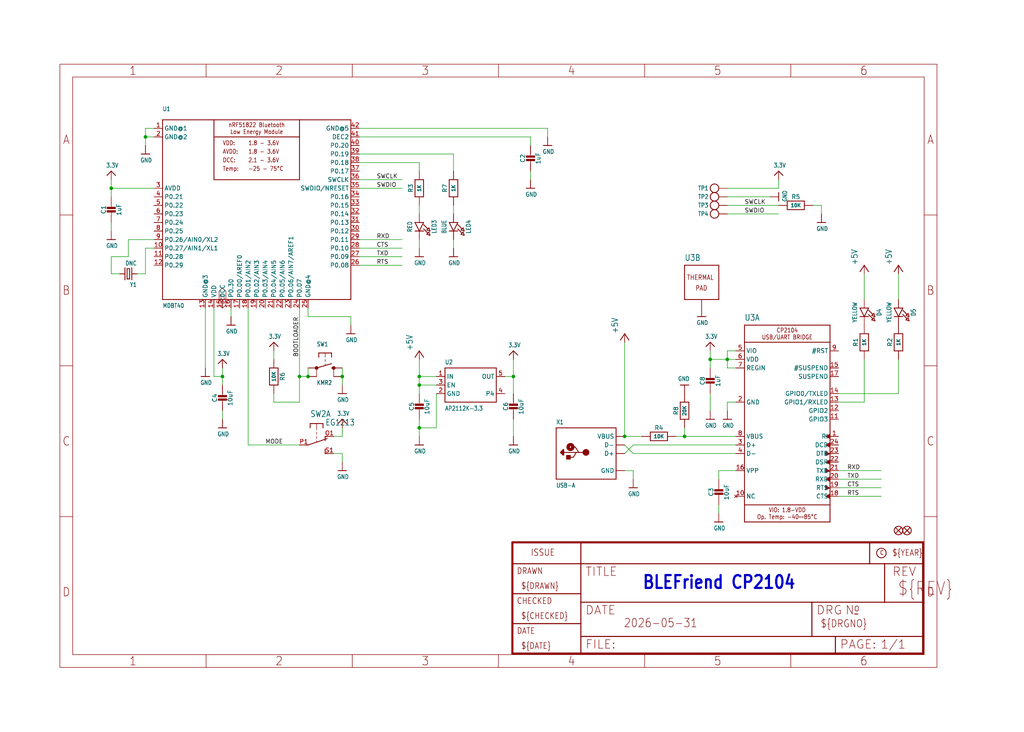
<source format=kicad_sch>
(kicad_sch (version 20230121) (generator eeschema)
  (paper "User" 303.962 217.322)
  (lib_symbols
    (symbol "working-eagle-import:+5V" (power)
      (property "Value" "+5V" (at -2.54 -5.08 90))
      (symbol "+5V_1_0"
        (pin power_in line (at 0 -2.54 90) (length 2.54) (name "+5V") (number "1"))
      )
    )
    (symbol "working-eagle-import:3.3V" (power)
      (property "Value" "3.3V" (at -1.524 1.016 0))
      (symbol "3.3V_1_0"
        (pin power_in line (at 0 -2.54 90) (length 2.54) (name "3.3V") (number "1"))
      )
    )
    (symbol "working-eagle-import:CAP_CERAMIC0603_NO"
      (property "Reference" "C" (at -2.29 1.25 90))
      (symbol "CAP_CERAMIC0603_NO_1_0"
        (pin passive line (at 0 5.08 270) (length 2.54) (name "1") (number "1"))
        (pin passive line (at 0 -2.54 90) (length 2.54) (name "2") (number "2"))
      )
    )
    (symbol "working-eagle-import:CAP_CERAMIC0805-NOOUTLINE"
      (property "Reference" "C" (at -2.29 1.25 90))
      (symbol "CAP_CERAMIC0805-NOOUTLINE_1_0"
        (pin passive line (at 0 5.08 270) (length 2.54) (name "1") (number "1"))
        (pin passive line (at 0 -2.54 90) (length 2.54) (name "2") (number "2"))
      )
    )
    (symbol "working-eagle-import:CP2104"
      (property "Reference" "U" (at -5.08 6.35 0))
      (symbol "CP2104_1_0"
        (text "CP2104\nUSB/UART BRIDGE" (at 0 25.4 0) (effects (font (size 1.27 1.0795))))
        (text "VIO: 1.8-VDD\nOp. Temp: -40~~85°C" (at 0 -27.94 0) (effects (font (size 1.27 1.0795))))
        (pin input line (at 15.24 -5.08 180) (length 2.54) (name "RI") (number "1"))
        (pin no_connect line (at -15.24 -22.86 0) (length 2.54) (name "NC") (number "10"))
        (pin bidirectional line (at 15.24 0 180) (length 2.54) (name "GPIO3") (number "11"))
        (pin bidirectional line (at 15.24 2.54 180) (length 2.54) (name "GPIO2") (number "12"))
        (pin bidirectional line (at 15.24 5.08 180) (length 2.54) (name "GPIO1/RXLED") (number "13"))
        (pin bidirectional line (at 15.24 7.62 180) (length 2.54) (name "GPIO0/TXLED") (number "14"))
        (pin output line (at 15.24 15.24 180) (length 2.54) (name "#SUSPEND") (number "15"))
        (pin bidirectional line (at -15.24 -15.24 0) (length 2.54) (name "VPP") (number "16"))
        (pin output line (at 15.24 12.7 180) (length 2.54) (name "SUSPEND") (number "17"))
        (pin input line (at 15.24 -22.86 180) (length 2.54) (name "CTS") (number "18"))
        (pin output line (at 15.24 -20.32 180) (length 2.54) (name "RTS") (number "19"))
        (pin power_in line (at -15.24 5.08 0) (length 2.54) (name "GND") (number "2"))
        (pin input line (at 15.24 -17.78 180) (length 2.54) (name "RXD") (number "20"))
        (pin output line (at 15.24 -15.24 180) (length 2.54) (name "TXD") (number "21"))
        (pin input line (at 15.24 -12.7 180) (length 2.54) (name "DSR") (number "22"))
        (pin output line (at 15.24 -10.16 180) (length 2.54) (name "DTR") (number "23"))
        (pin input line (at 15.24 -7.62 180) (length 2.54) (name "DCD") (number "24"))
        (pin bidirectional line (at -15.24 -7.62 0) (length 2.54) (name "D+") (number "3"))
        (pin bidirectional line (at -15.24 -10.16 0) (length 2.54) (name "D-") (number "4"))
        (pin power_in line (at -15.24 20.32 0) (length 2.54) (name "VIO") (number "5"))
        (pin power_in line (at -15.24 17.78 0) (length 2.54) (name "VDD") (number "6"))
        (pin power_in line (at -15.24 15.24 0) (length 2.54) (name "REGIN") (number "7"))
        (pin power_in line (at -15.24 -5.08 0) (length 2.54) (name "VBUS") (number "8"))
        (pin bidirectional line (at 15.24 20.32 180) (length 2.54) (name "#RST") (number "9"))
      )
      (symbol "CP2104_2_0"
        (text "PAD" (at -1.905 -2.54 0) (effects (font (size 1.4224 1.209)) (justify left bottom)))
        (text "THERMAL" (at -4.445 0.635 0) (effects (font (size 1.4224 1.209)) (justify left bottom)))
        (pin power_in line (at 0 -7.62 90) (length 2.54) (name "TP") (number "THERM"))
      )
    )
    (symbol "working-eagle-import:CRYSTAL2.0X6.0_32.768"
      (property "Reference" "Y" (at -2.54 2.54 0))
      (symbol "CRYSTAL2.0X6.0_32.768_1_0"
        (pin passive line (at -2.54 0 0) (length 0) (name "1") (number "1"))
        (pin passive line (at 2.54 0 180) (length 0) (name "2") (number "2"))
      )
    )
    (symbol "working-eagle-import:DPDT-EG1390"
      (property "Reference" "SW" (at -8.255 -1.905 90))
      (symbol "DPDT-EG1390_1_0"
        (pin passive line (at -2.54 5.08 270) (length 2.54) (name "O") (number "O1"))
        (pin passive line (at 0 -5.08 90) (length 2.54) (name "P") (number "P1"))
        (pin passive line (at 2.54 5.08 270) (length 2.54) (name "S") (number "S1"))
      )
      (symbol "DPDT-EG1390_2_0"
        (pin passive line (at -2.54 5.08 270) (length 2.54) (name "O") (number "O2"))
        (pin passive line (at 0 -5.08 90) (length 2.54) (name "P") (number "P2"))
        (pin passive line (at 2.54 5.08 270) (length 2.54) (name "S") (number "S2"))
      )
    )
    (symbol "working-eagle-import:FIDUCIAL_1MM")
    (symbol "working-eagle-import:FRAME_A4"
      (symbol "FRAME_A4_1_0"
        (text "1" (at 21.6958 1.905 0) (effects (font (size 2.54 2.286))))
        (text "1" (at 21.6958 177.165 0) (effects (font (size 2.54 2.286))))
        (text "2" (at 65.0875 1.905 0) (effects (font (size 2.54 2.286))))
        (text "2" (at 65.0875 177.165 0) (effects (font (size 2.54 2.286))))
        (text "3" (at 108.4792 1.905 0) (effects (font (size 2.54 2.286))))
        (text "3" (at 108.4792 177.165 0) (effects (font (size 2.54 2.286))))
        (text "4" (at 151.8708 1.905 0) (effects (font (size 2.54 2.286))))
        (text "4" (at 151.8708 177.165 0) (effects (font (size 2.54 2.286))))
        (text "5" (at 195.2625 1.905 0) (effects (font (size 2.54 2.286))))
        (text "5" (at 195.2625 177.165 0) (effects (font (size 2.54 2.286))))
        (text "6" (at 238.6542 1.905 0) (effects (font (size 2.54 2.286))))
        (text "6" (at 238.6542 177.165 0) (effects (font (size 2.54 2.286))))
        (text "A" (at 1.905 156.6863 0) (effects (font (size 2.54 2.286))))
        (text "A" (at 258.445 156.6863 0) (effects (font (size 2.54 2.286))))
        (text "B" (at 1.905 111.9188 0) (effects (font (size 2.54 2.286))))
        (text "B" (at 258.445 111.9188 0) (effects (font (size 2.54 2.286))))
        (text "C" (at 1.905 67.1513 0) (effects (font (size 2.54 2.286))))
        (text "C" (at 258.445 67.1513 0) (effects (font (size 2.54 2.286))))
        (text "D" (at 1.905 22.3838 0) (effects (font (size 2.54 2.286))))
        (text "D" (at 258.445 22.3838 0) (effects (font (size 2.54 2.286))))
      )
      (symbol "FRAME_A4_2_0"
        (text "${#}/${##}" (at 108.9152 2.8448 0) (effects (font (size 2.54 2.54)) (justify left bottom)))
        (text "${CHECKED}" (at 2.2352 11.7348 0) (effects (font (size 1.778 1.5113)) (justify left bottom)))
        (text "${COMPANY}" (at 23.349 29.6735 0) (effects (font (size 3.175 2.6987) (thickness 0.5397) bold) (justify left bottom)))
        (text "${CURRENT_DATE}" (at 32.7152 9.1948 0) (effects (font (size 2.54 2.159)) (justify left bottom)))
        (text "${DATE}" (at 2.2352 2.8448 0) (effects (font (size 1.778 1.5113)) (justify left bottom)))
        (text "${DRAWN}" (at 2.2352 20.6248 0) (effects (font (size 1.778 1.5113)) (justify left bottom)))
        (text "${DRGNO}" (at 91.1352 9.1948 0) (effects (font (size 2.1844 1.8567)) (justify left bottom)))
        (text "${PROJECTNAME}" (at 33.0327 2.8448 0) (effects (font (size 2.54 2.159)) (justify left bottom)))
        (text "${REV}" (at 113.9952 18.7198 0) (effects (font (size 3.81 3.2385)) (justify left bottom)))
        (text "${YEAR}" (at 112.4077 30.4673 0) (effects (font (size 1.778 1.5113)) (justify left bottom)))
        (text "C" (at 108.7564 30.7848 0) (effects (font (size 1.27 1.0795)) (justify left bottom)))
        (text "CHECKED" (at 0.9652 16.1798 0) (effects (font (size 1.778 1.5113)) (justify left bottom)))
        (text "DATE" (at 0.9652 7.2898 0) (effects (font (size 1.778 1.5113)) (justify left bottom)))
        (text "DATE" (at 21.2852 13.0048 0) (effects (font (size 2.54 2.54)) (justify left bottom)))
        (text "DRAWN" (at 0.9652 25.0698 0) (effects (font (size 1.778 1.5113)) (justify left bottom)))
        (text "DRG" (at 89.8652 13.0048 0) (effects (font (size 2.54 2.54)) (justify left bottom)))
        (text "FILE:" (at 21.2852 2.8448 0) (effects (font (size 2.54 2.54)) (justify left bottom)))
        (text "ISSUE" (at 5.0927 30.4673 0) (effects (font (size 1.9304 1.6408)) (justify left bottom)))
        (text "N" (at 98.4377 13.0048 0) (effects (font (size 2.54 2.54)) (justify left bottom)))
        (text "o" (at 100.9777 13.9573 0) (effects (font (size 2.1844 1.8567)) (justify left bottom)))
        (text "PAGE:" (at 96.8502 2.8448 0) (effects (font (size 2.54 2.54)) (justify left bottom)))
        (text "REV" (at 112.4077 24.4348 0) (effects (font (size 2.54 2.54)) (justify left bottom)))
        (text "TITLE" (at 21.2852 24.4348 0) (effects (font (size 2.54 2.54)) (justify left bottom)))
      )
    )
    (symbol "working-eagle-import:GND" (power)
      (property "Value" "GND" (at -1.524 -2.54 0))
      (symbol "GND_1_0"
        (pin power_in line (at 0 2.54 270) (length 2.54) (name "GND") (number "1"))
      )
    )
    (symbol "working-eagle-import:LED0805_NOOUTLINE"
      (property "Reference" "D" (at -1.27 4.445 0))
      (symbol "LED0805_NOOUTLINE_1_0"
        (pin passive line (at -5.08 0 0) (length 2.54) (name "A") (number "A"))
        (pin passive line (at 2.54 0 180) (length 2.54) (name "C") (number "C"))
      )
    )
    (symbol "working-eagle-import:NRF51822_MODULE_MDBT40"
      (property "Reference" "U" (at -27.94 27.94 0))
      (symbol "NRF51822_MODULE_MDBT40_1_0"
        (text "-25 - 75°C" (at -2.54 10.16 0) (effects (font (size 1.27 1.0795)) (justify left bottom)))
        (text "1.8 - 3.6V" (at -2.54 15.24 0) (effects (font (size 1.27 1.0795)) (justify left bottom)))
        (text "1.8 - 3.6V" (at -2.54 17.78 0) (effects (font (size 1.27 1.0795)) (justify left bottom)))
        (text "2.1 - 3.6V" (at -2.54 12.7 0) (effects (font (size 1.27 1.0795)) (justify left bottom)))
        (text "AVDD:" (at -10.16 15.24 0) (effects (font (size 1.27 1.0795)) (justify left bottom)))
        (text "DCC:" (at -10.16 12.7 0) (effects (font (size 1.27 1.0795)) (justify left bottom)))
        (text "nRF51822 Bluetooth\nLow Energy Module" (at 0 22.86 0) (effects (font (size 1.27 1.0795))))
        (text "Temp:" (at -10.16 10.16 0) (effects (font (size 1.27 1.0795)) (justify left bottom)))
        (text "VDD:" (at -10.16 17.78 0) (effects (font (size 1.27 1.0795)) (justify left bottom)))
        (pin power_in line (at -30.48 22.86 0) (length 2.54) (name "GND@1") (number "1"))
        (pin bidirectional line (at -30.48 -12.7 0) (length 2.54) (name "P0.27/AIN1/XL1") (number "10"))
        (pin bidirectional line (at -30.48 -15.24 0) (length 2.54) (name "P0.28") (number "11"))
        (pin bidirectional line (at -30.48 -17.78 0) (length 2.54) (name "P0.29") (number "12"))
        (pin power_in line (at -15.24 -30.48 90) (length 2.54) (name "GND@3") (number "13"))
        (pin power_in line (at -12.7 -30.48 90) (length 2.54) (name "VDD") (number "14"))
        (pin power_in line (at -10.16 -30.48 90) (length 2.54) (name "DCC") (number "15"))
        (pin bidirectional line (at -7.62 -30.48 90) (length 2.54) (name "P0.30") (number "16"))
        (pin bidirectional line (at -5.08 -30.48 90) (length 2.54) (name "P0.00/AREF0") (number "17"))
        (pin bidirectional line (at -2.54 -30.48 90) (length 2.54) (name "P0.01/AIN2") (number "18"))
        (pin bidirectional line (at 0 -30.48 90) (length 2.54) (name "P0.02/AIN3") (number "19"))
        (pin power_in line (at -30.48 20.32 0) (length 2.54) (name "GND@2") (number "2"))
        (pin bidirectional line (at 2.54 -30.48 90) (length 2.54) (name "P0.03/AIN4") (number "20"))
        (pin bidirectional line (at 5.08 -30.48 90) (length 2.54) (name "P0.04/AIN5") (number "21"))
        (pin bidirectional line (at 7.62 -30.48 90) (length 2.54) (name "P0.05/AIN6") (number "22"))
        (pin bidirectional line (at 10.16 -30.48 90) (length 2.54) (name "P0.06/AIN7/AREF1") (number "23"))
        (pin bidirectional line (at 12.7 -30.48 90) (length 2.54) (name "P0.07") (number "24"))
        (pin power_in line (at 15.24 -30.48 90) (length 2.54) (name "GND@4") (number "25"))
        (pin bidirectional line (at 30.48 -17.78 180) (length 2.54) (name "P0.08") (number "26"))
        (pin bidirectional line (at 30.48 -15.24 180) (length 2.54) (name "P0.09") (number "27"))
        (pin bidirectional line (at 30.48 -12.7 180) (length 2.54) (name "P0.10") (number "28"))
        (pin bidirectional line (at 30.48 -10.16 180) (length 2.54) (name "P0.11") (number "29"))
        (pin power_in line (at -30.48 5.08 0) (length 2.54) (name "AVDD") (number "3"))
        (pin bidirectional line (at 30.48 -7.62 180) (length 2.54) (name "P0.12") (number "30"))
        (pin bidirectional line (at 30.48 -5.08 180) (length 2.54) (name "P0.13") (number "31"))
        (pin bidirectional line (at 30.48 -2.54 180) (length 2.54) (name "P0.14") (number "32"))
        (pin bidirectional line (at 30.48 0 180) (length 2.54) (name "P0.15") (number "33"))
        (pin bidirectional line (at 30.48 2.54 180) (length 2.54) (name "P0.16") (number "34"))
        (pin bidirectional line (at 30.48 5.08 180) (length 2.54) (name "SWDIO/NRESET") (number "35"))
        (pin bidirectional line (at 30.48 7.62 180) (length 2.54) (name "SWCLK") (number "36"))
        (pin bidirectional line (at 30.48 10.16 180) (length 2.54) (name "P0.17") (number "37"))
        (pin bidirectional line (at 30.48 12.7 180) (length 2.54) (name "P0.18") (number "38"))
        (pin bidirectional line (at 30.48 15.24 180) (length 2.54) (name "P0.19") (number "39"))
        (pin bidirectional line (at -30.48 2.54 0) (length 2.54) (name "P0.21") (number "4"))
        (pin bidirectional line (at 30.48 17.78 180) (length 2.54) (name "P0.20") (number "40"))
        (pin power_in line (at 30.48 20.32 180) (length 2.54) (name "DEC2") (number "41"))
        (pin power_in line (at 30.48 22.86 180) (length 2.54) (name "GND@5") (number "42"))
        (pin bidirectional line (at -30.48 0 0) (length 2.54) (name "P0.22") (number "5"))
        (pin bidirectional line (at -30.48 -2.54 0) (length 2.54) (name "P0.23") (number "6"))
        (pin bidirectional line (at -30.48 -5.08 0) (length 2.54) (name "P0.24") (number "7"))
        (pin bidirectional line (at -30.48 -7.62 0) (length 2.54) (name "P0.25") (number "8"))
        (pin bidirectional line (at -30.48 -10.16 0) (length 2.54) (name "P0.26/AIN0/XL2") (number "9"))
      )
    )
    (symbol "working-eagle-import:RESISTOR_0603_NOOUT"
      (property "Reference" "R" (at 0 2.54 0))
      (symbol "RESISTOR_0603_NOOUT_1_0"
        (pin passive line (at -5.08 0 0) (length 2.54) (name "1") (number "1"))
        (pin passive line (at 5.08 0 180) (length 2.54) (name "2") (number "2"))
      )
    )
    (symbol "working-eagle-import:SWITCH_TACT_SMT4.6X2.8"
      (property "Reference" "SW" (at -2.54 6.35 0))
      (symbol "SWITCH_TACT_SMT4.6X2.8_1_0"
        (pin passive line (at -5.08 0 0) (length 2.54) (name "P") (number "A"))
        (pin passive line (at -5.08 -2.54 0) (length 2.54) (name "P1") (number "A'"))
        (pin passive line (at 5.08 0 180) (length 2.54) (name "S") (number "B"))
        (pin passive line (at 5.08 -2.54 180) (length 2.54) (name "S1") (number "B'"))
      )
    )
    (symbol "working-eagle-import:TESTPOINTROUND2MM"
      (property "Reference" "TP" (at 0 5.588 90))
      (symbol "TESTPOINTROUND2MM_1_0"
        (pin bidirectional line (at 0 0 90) (length 2.54) (name "P$1") (number "P$1"))
      )
    )
    (symbol "working-eagle-import:USB_TYPEA_CLIENTTHM"
      (property "Reference" "X" (at -10.16 8.636 0))
      (symbol "USB_TYPEA_CLIENTTHM_1_0"
        (pin bidirectional line (at 10.16 0 180) (length 2.54) (name "D+") (number "D+"))
        (pin bidirectional line (at 10.16 2.54 180) (length 2.54) (name "D-") (number "D-"))
        (pin power_in line (at 10.16 -5.08 180) (length 2.54) (name "GND") (number "GND"))
        (pin power_in line (at 10.16 5.08 180) (length 2.54) (name "VBUS") (number "VBUS"))
      )
    )
    (symbol "working-eagle-import:VREG_SOT23-5"
      (property "Reference" "U" (at -7.62 6.096 0))
      (symbol "VREG_SOT23-5_1_0"
        (pin power_in line (at -10.16 2.54 0) (length 2.54) (name "IN") (number "1"))
        (pin power_in line (at -10.16 -2.54 0) (length 2.54) (name "GND") (number "2"))
        (pin input line (at -10.16 0 0) (length 2.54) (name "EN") (number "3"))
        (pin bidirectional line (at 10.16 -2.54 180) (length 2.54) (name "P4") (number "4"))
        (pin power_in line (at 10.16 2.54 180) (length 2.54) (name "OUT") (number "5"))
      )
    )
  )
  (junction (at 43.18 40.64))
  (junction (at 33.02 55.88))
  (junction (at 152.4 111.76))
  (junction (at 101.6 111.76))
  (junction (at 91.44 111.76))
  (junction (at 124.46 111.76))
  (junction (at 124.46 127))
  (junction (at 185.42 129.54))
  (junction (at 210.82 106.68))
  (junction (at 203.2 129.54))
  (junction (at 66.04 111.76))
  (junction (at 88.9 111.76))
  (junction (at 215.9 106.68))
  (junction (at 124.46 114.3))
  (wire (pts (xy 152.4 111.76) (xy 152.4 106.68)) (stroke (width 0.1524)))
  (wire (pts (xy 43.18 81.28) (xy 40.64 81.28)) (stroke (width 0.1524)))
  (wire (pts (xy 104.14 93.98) (xy 104.14 96.52)) (stroke (width 0.1524)))
  (wire (pts (xy 60.96 91.44) (xy 60.96 109.22)) (stroke (width 0.1524)))
  (wire (pts (xy 33.02 55.88) (xy 33.02 58.42)) (stroke (width 0.1524)))
  (wire (pts (xy 33.02 55.88) (xy 33.02 53.34)) (stroke (width 0.1524)))
  (wire (pts (xy 203.2 129.54) (xy 218.44 129.54)) (stroke (width 0.1524)))
  (wire (pts (xy 129.54 114.3) (xy 124.46 114.3)) (stroke (width 0.1524)))
  (wire (pts (xy 106.68 45.72) (xy 134.62 45.72)) (stroke (width 0.1524)))
  (wire (pts (xy 248.92 139.7) (xy 261.62 139.7)) (stroke (width 0.1524)))
  (wire (pts (xy 134.62 60.96) (xy 134.62 63.5)) (stroke (width 0.1524)))
  (wire (pts (xy 185.42 139.7) (xy 187.96 139.7)) (stroke (width 0.1524)))
  (wire (pts (xy 215.9 119.38) (xy 215.9 121.92)) (stroke (width 0.1524)))
  (wire (pts (xy 215.9 106.68) (xy 210.82 106.68)) (stroke (width 0.1524)))
  (wire (pts (xy 91.44 93.98) (xy 104.14 93.98)) (stroke (width 0.1524)))
  (wire (pts (xy 73.66 132.08) (xy 88.9 132.08)) (stroke (width 0.1524)))
  (wire (pts (xy 66.04 111.76) (xy 66.04 114.3)) (stroke (width 0.1524)))
  (wire (pts (xy 101.6 111.76) (xy 101.6 114.3)) (stroke (width 0.1524)))
  (wire (pts (xy 129.54 127) (xy 124.46 127)) (stroke (width 0.1524)))
  (wire (pts (xy 106.68 40.64) (xy 157.48 40.64)) (stroke (width 0.1524)))
  (wire (pts (xy 73.66 91.44) (xy 73.66 132.08)) (stroke (width 0.1524)))
  (wire (pts (xy 210.82 116.84) (xy 210.82 121.92)) (stroke (width 0.1524)))
  (wire (pts (xy 162.56 38.1) (xy 162.56 40.64)) (stroke (width 0.1524)))
  (wire (pts (xy 88.9 111.76) (xy 88.9 119.38)) (stroke (width 0.1524)))
  (wire (pts (xy 210.82 106.68) (xy 210.82 104.14)) (stroke (width 0.1524)))
  (wire (pts (xy 218.44 109.22) (xy 215.9 109.22)) (stroke (width 0.1524)))
  (wire (pts (xy 45.72 73.66) (xy 43.18 73.66)) (stroke (width 0.1524)))
  (wire (pts (xy 149.86 111.76) (xy 152.4 111.76)) (stroke (width 0.1524)))
  (wire (pts (xy 124.46 48.26) (xy 124.46 50.8)) (stroke (width 0.1524)))
  (wire (pts (xy 215.9 63.5) (xy 231.14 63.5)) (stroke (width 0.1524)))
  (wire (pts (xy 124.46 71.12) (xy 124.46 73.66)) (stroke (width 0.1524)))
  (wire (pts (xy 134.62 71.12) (xy 134.62 73.66)) (stroke (width 0.1524)))
  (wire (pts (xy 106.68 78.74) (xy 119.38 78.74)) (stroke (width 0.1524)))
  (wire (pts (xy 106.68 48.26) (xy 124.46 48.26)) (stroke (width 0.1524)))
  (wire (pts (xy 248.92 119.38) (xy 256.54 119.38)) (stroke (width 0.1524)))
  (wire (pts (xy 248.92 147.32) (xy 261.62 147.32)) (stroke (width 0.1524)))
  (wire (pts (xy 187.96 139.7) (xy 187.96 142.24)) (stroke (width 0.1524)))
  (wire (pts (xy 218.44 106.68) (xy 215.9 106.68)) (stroke (width 0.1524)))
  (wire (pts (xy 124.46 124.46) (xy 124.46 127)) (stroke (width 0.1524)))
  (wire (pts (xy 152.4 111.76) (xy 152.4 116.84)) (stroke (width 0.1524)))
  (wire (pts (xy 43.18 40.64) (xy 43.18 43.18)) (stroke (width 0.1524)))
  (wire (pts (xy 124.46 114.3) (xy 124.46 111.76)) (stroke (width 0.1524)))
  (wire (pts (xy 134.62 45.72) (xy 134.62 50.8)) (stroke (width 0.1524)))
  (wire (pts (xy 124.46 127) (xy 124.46 129.54)) (stroke (width 0.1524)))
  (wire (pts (xy 68.58 91.44) (xy 68.58 93.98)) (stroke (width 0.1524)))
  (wire (pts (xy 203.2 127) (xy 203.2 129.54)) (stroke (width 0.1524)))
  (wire (pts (xy 45.72 71.12) (xy 38.1 71.12)) (stroke (width 0.1524)))
  (wire (pts (xy 38.1 76.2) (xy 33.02 76.2)) (stroke (width 0.1524)))
  (wire (pts (xy 88.9 119.38) (xy 81.28 119.38)) (stroke (width 0.1524)))
  (wire (pts (xy 106.68 71.12) (xy 119.38 71.12)) (stroke (width 0.1524)))
  (wire (pts (xy 33.02 81.28) (xy 35.56 81.28)) (stroke (width 0.1524)))
  (wire (pts (xy 157.48 50.8) (xy 157.48 53.34)) (stroke (width 0.1524)))
  (wire (pts (xy 213.36 149.86) (xy 213.36 152.4)) (stroke (width 0.1524)))
  (wire (pts (xy 101.6 129.54) (xy 101.6 127)) (stroke (width 0.1524)))
  (wire (pts (xy 185.42 129.54) (xy 190.5 129.54)) (stroke (width 0.1524)))
  (wire (pts (xy 106.68 73.66) (xy 119.38 73.66)) (stroke (width 0.1524)))
  (wire (pts (xy 33.02 66.04) (xy 33.02 68.58)) (stroke (width 0.1524)))
  (wire (pts (xy 157.48 40.64) (xy 157.48 43.18)) (stroke (width 0.1524)))
  (wire (pts (xy 256.54 106.68) (xy 256.54 119.38)) (stroke (width 0.1524)))
  (wire (pts (xy 43.18 38.1) (xy 43.18 40.64)) (stroke (width 0.1524)))
  (wire (pts (xy 215.9 58.42) (xy 228.6 58.42)) (stroke (width 0.1524)))
  (wire (pts (xy 185.42 134.62) (xy 187.96 132.08)) (stroke (width 0.1524)))
  (wire (pts (xy 66.04 111.76) (xy 66.04 109.22)) (stroke (width 0.1524)))
  (wire (pts (xy 81.28 106.68) (xy 81.28 104.14)) (stroke (width 0.1524)))
  (wire (pts (xy 43.18 73.66) (xy 43.18 81.28)) (stroke (width 0.1524)))
  (wire (pts (xy 231.14 55.88) (xy 231.14 53.34)) (stroke (width 0.1524)))
  (wire (pts (xy 243.84 60.96) (xy 243.84 63.5)) (stroke (width 0.1524)))
  (wire (pts (xy 101.6 109.22) (xy 101.6 111.76)) (stroke (width 0.1524)))
  (wire (pts (xy 266.7 116.84) (xy 266.7 106.68)) (stroke (width 0.1524)))
  (wire (pts (xy 218.44 104.14) (xy 215.9 104.14)) (stroke (width 0.1524)))
  (wire (pts (xy 91.44 109.22) (xy 91.44 111.76)) (stroke (width 0.1524)))
  (wire (pts (xy 45.72 38.1) (xy 43.18 38.1)) (stroke (width 0.1524)))
  (wire (pts (xy 106.68 38.1) (xy 162.56 38.1)) (stroke (width 0.1524)))
  (wire (pts (xy 210.82 106.68) (xy 210.82 109.22)) (stroke (width 0.1524)))
  (wire (pts (xy 45.72 40.64) (xy 43.18 40.64)) (stroke (width 0.1524)))
  (wire (pts (xy 81.28 119.38) (xy 81.28 116.84)) (stroke (width 0.1524)))
  (wire (pts (xy 187.96 132.08) (xy 218.44 132.08)) (stroke (width 0.1524)))
  (wire (pts (xy 218.44 134.62) (xy 187.96 134.62)) (stroke (width 0.1524)))
  (wire (pts (xy 99.06 134.62) (xy 101.6 134.62)) (stroke (width 0.1524)))
  (wire (pts (xy 241.3 60.96) (xy 243.84 60.96)) (stroke (width 0.1524)))
  (wire (pts (xy 66.04 121.92) (xy 66.04 124.46)) (stroke (width 0.1524)))
  (wire (pts (xy 215.9 55.88) (xy 231.14 55.88)) (stroke (width 0.1524)))
  (wire (pts (xy 187.96 134.62) (xy 185.42 132.08)) (stroke (width 0.1524)))
  (wire (pts (xy 45.72 55.88) (xy 33.02 55.88)) (stroke (width 0.1524)))
  (wire (pts (xy 91.44 91.44) (xy 91.44 93.98)) (stroke (width 0.1524)))
  (wire (pts (xy 106.68 53.34) (xy 119.38 53.34)) (stroke (width 0.1524)))
  (wire (pts (xy 106.68 55.88) (xy 119.38 55.88)) (stroke (width 0.1524)))
  (wire (pts (xy 218.44 139.7) (xy 213.36 139.7)) (stroke (width 0.1524)))
  (wire (pts (xy 215.9 104.14) (xy 215.9 106.68)) (stroke (width 0.1524)))
  (wire (pts (xy 124.46 111.76) (xy 124.46 106.68)) (stroke (width 0.1524)))
  (wire (pts (xy 185.42 129.54) (xy 185.42 101.6)) (stroke (width 0.1524)))
  (wire (pts (xy 248.92 144.78) (xy 261.62 144.78)) (stroke (width 0.1524)))
  (wire (pts (xy 200.66 129.54) (xy 203.2 129.54)) (stroke (width 0.1524)))
  (wire (pts (xy 215.9 109.22) (xy 215.9 106.68)) (stroke (width 0.1524)))
  (wire (pts (xy 63.5 111.76) (xy 66.04 111.76)) (stroke (width 0.1524)))
  (wire (pts (xy 129.54 111.76) (xy 124.46 111.76)) (stroke (width 0.1524)))
  (wire (pts (xy 248.92 116.84) (xy 266.7 116.84)) (stroke (width 0.1524)))
  (wire (pts (xy 261.62 142.24) (xy 248.92 142.24)) (stroke (width 0.1524)))
  (wire (pts (xy 124.46 60.96) (xy 124.46 63.5)) (stroke (width 0.1524)))
  (wire (pts (xy 218.44 119.38) (xy 215.9 119.38)) (stroke (width 0.1524)))
  (wire (pts (xy 266.7 88.9) (xy 266.7 81.28)) (stroke (width 0.1524)))
  (wire (pts (xy 213.36 139.7) (xy 213.36 142.24)) (stroke (width 0.1524)))
  (wire (pts (xy 101.6 134.62) (xy 101.6 137.16)) (stroke (width 0.1524)))
  (wire (pts (xy 38.1 71.12) (xy 38.1 76.2)) (stroke (width 0.1524)))
  (wire (pts (xy 215.9 60.96) (xy 231.14 60.96)) (stroke (width 0.1524)))
  (wire (pts (xy 99.06 129.54) (xy 101.6 129.54)) (stroke (width 0.1524)))
  (wire (pts (xy 88.9 91.44) (xy 88.9 111.76)) (stroke (width 0.1524)))
  (wire (pts (xy 256.54 81.28) (xy 256.54 88.9)) (stroke (width 0.1524)))
  (wire (pts (xy 129.54 116.84) (xy 129.54 127)) (stroke (width 0.1524)))
  (wire (pts (xy 63.5 91.44) (xy 63.5 111.76)) (stroke (width 0.1524)))
  (wire (pts (xy 33.02 76.2) (xy 33.02 81.28)) (stroke (width 0.1524)))
  (wire (pts (xy 152.4 124.46) (xy 152.4 129.54)) (stroke (width 0.1524)))
  (wire (pts (xy 91.44 111.76) (xy 88.9 111.76)) (stroke (width 0.1524)))
  (wire (pts (xy 124.46 114.3) (xy 124.46 116.84)) (stroke (width 0.1524)))
  (wire (pts (xy 106.68 76.2) (xy 119.38 76.2)) (stroke (width 0.1524)))
  (text "BLEFriend CP2104" (at 190.5 175.26 0) (effects (font (size 3.81 3.2385) (thickness 0.6477) bold) (justify left bottom)))
  (label "TXD" (at 111.76 76.2 0) (effects (font (size 1.2446 1.2446))))
  (label "BOOTLOADER" (at 88.9 93.98 270) (effects (font (size 1.2446 1.2446))))
  (label "CTS" (at 111.76 73.66 0) (effects (font (size 1.2446 1.2446))))
  (label "RXD" (at 251.46 139.7 0) (effects (font (size 1.2446 1.2446))))
  (label "RTS" (at 251.46 147.32 0) (effects (font (size 1.2446 1.2446))))
  (label "SWCLK" (at 111.76 53.34 0) (effects (font (size 1.2446 1.2446))))
  (label "SWCLK" (at 220.98 60.96 0) (effects (font (size 1.2446 1.2446))))
  (label "RTS" (at 111.76 78.74 0) (effects (font (size 1.2446 1.2446))))
  (label "RXD" (at 111.76 71.12 0) (effects (font (size 1.2446 1.2446))))
  (label "CTS" (at 251.46 144.78 0) (effects (font (size 1.2446 1.2446))))
  (label "MODE" (at 78.74 132.08 0) (effects (font (size 1.2446 1.2446))))
  (label "TXD" (at 251.46 142.24 0) (effects (font (size 1.2446 1.2446))))
  (label "SWDIO" (at 220.98 63.5 0) (effects (font (size 1.2446 1.2446))))
  (label "SWDIO" (at 111.76 55.88 0) (effects (font (size 1.2446 1.2446))))
  (global_label "DCC" (shape bidirectional) (at 66.04 91.44 90) (effects (font (size 1.016 1.016))) (property "Intersheetrefs" "${INTERSHEET_REFS}" (effects hide)))
  (symbol (lib_id "working-eagle-import:RESISTOR_0603_NOOUT") (at 266.7 101.6 90) (unit 1)
    (property "Reference" "R2" (at 264.16 101.6 0))
    (property "Value" "1K" (at 266.7 101.6 0) (effects (font (size 1.016 1.016) bold)))
    (property "Footprint" "working:0603-NO" (effects hide))
  )
  (symbol (lib_id "working-eagle-import:RESISTOR_0603_NOOUT") (at 195.58 129.54 0) (unit 1)
    (property "Reference" "R4" (at 195.58 127 0))
    (property "Value" "10K" (at 195.58 129.54 0) (effects (font (size 1.016 1.016) bold)))
    (property "Footprint" "working:0603-NO" (effects hide))
  )
  (symbol (lib_id "working-eagle-import:RESISTOR_0603_NOOUT") (at 256.54 101.6 90) (unit 1)
    (property "Reference" "R1" (at 254 101.6 0))
    (property "Value" "1K" (at 256.54 101.6 0) (effects (font (size 1.016 1.016) bold)))
    (property "Footprint" "working:0603-NO" (effects hide))
  )
  (symbol (lib_id "working-eagle-import:SWITCH_TACT_SMT4.6X2.8") (at 96.52 109.22 0) (unit 1)
    (property "Reference" "SW1" (at 93.98 102.87 0) (effects (font (size 1.27 1.0795)) (justify left bottom)))
    (property "Value" "KMR2" (at 93.98 114.3 0) (effects (font (size 1.27 1.0795)) (justify left bottom)))
    (property "Footprint" "working:BTN_KMR2_4.6X2.8" (effects hide))
  )
  (symbol (lib_id "working-eagle-import:TESTPOINTROUND2MM") (at 215.9 58.42 90) (unit 1)
    (property "Reference" "TP2" (at 210.312 58.42 90) (effects (font (size 1.27 1.0795)) (justify left)))
    (property "Value" "TESTPOINTROUND2MM" (effects hide))
    (property "Footprint" "working:TESTPOINT_ROUND_2MM" (effects hide))
  )
  (symbol (lib_id "working-eagle-import:TESTPOINTROUND2MM") (at 215.9 55.88 90) (unit 1)
    (property "Reference" "TP1" (at 210.312 55.88 90) (effects (font (size 1.27 1.0795)) (justify left)))
    (property "Value" "TESTPOINTROUND2MM" (effects hide))
    (property "Footprint" "working:TESTPOINT_ROUND_2MM" (effects hide))
  )
  (symbol (lib_id "working-eagle-import:TESTPOINTROUND2MM") (at 215.9 63.5 90) (unit 1)
    (property "Reference" "TP4" (at 210.312 63.5 90) (effects (font (size 1.27 1.0795)) (justify left)))
    (property "Value" "TESTPOINTROUND2MM" (effects hide))
    (property "Footprint" "working:TESTPOINT_ROUND_2MM" (effects hide))
  )
  (symbol (lib_id "working-eagle-import:+5V") (at 256.54 78.74 0) (unit 1)
    (property "Reference" "#P+7" (effects hide))
    (property "Value" "+5V" (at 254.635 78.74 90) (effects (font (size 1.778 1.5113)) (justify left bottom)))
  )
  (symbol (lib_id "working-eagle-import:GND") (at 101.6 139.7 0) (unit 1)
    (property "Reference" "#U$30" (effects hide))
    (property "Value" "GND" (at 100.076 142.24 0) (effects (font (size 1.27 1.0795)) (justify left bottom)))
  )
  (symbol (lib_id "working-eagle-import:RESISTOR_0603_NOOUT") (at 134.62 55.88 90) (unit 1)
    (property "Reference" "R7" (at 132.08 55.88 0))
    (property "Value" "1K" (at 134.62 55.88 0) (effects (font (size 1.016 1.016) bold)))
    (property "Footprint" "working:0603-NO" (effects hide))
  )
  (symbol (lib_id "working-eagle-import:+5V") (at 185.42 99.06 0) (unit 1)
    (property "Reference" "#P+2" (effects hide))
    (property "Value" "+5V" (at 183.515 99.06 90) (effects (font (size 1.778 1.5113)) (justify left bottom)))
  )
  (symbol (lib_id "working-eagle-import:FIDUCIAL_1MM") (at 269.24 157.48 0) (unit 1)
    (property "Reference" "FID1" (effects hide))
    (property "Value" "FIDUCIAL_1MM" (effects hide))
    (property "Footprint" "working:FIDUCIAL_1MM" (effects hide))
  )
  (symbol (lib_id "working-eagle-import:GND") (at 210.82 124.46 0) (unit 1)
    (property "Reference" "#U$14" (effects hide))
    (property "Value" "GND" (at 209.296 127 0) (effects (font (size 1.27 1.0795)) (justify left bottom)))
  )
  (symbol (lib_id "working-eagle-import:RESISTOR_0603_NOOUT") (at 124.46 55.88 90) (unit 1)
    (property "Reference" "R3" (at 121.92 55.88 0))
    (property "Value" "1K" (at 124.46 55.88 0) (effects (font (size 1.016 1.016) bold)))
    (property "Footprint" "working:0603-NO" (effects hide))
  )
  (symbol (lib_id "working-eagle-import:GND") (at 162.56 43.18 0) (unit 1)
    (property "Reference" "#U$8" (effects hide))
    (property "Value" "GND" (at 161.036 45.72 0) (effects (font (size 1.27 1.0795)) (justify left bottom)))
  )
  (symbol (lib_id "working-eagle-import:GND") (at 243.84 66.04 0) (unit 1)
    (property "Reference" "#U$10" (effects hide))
    (property "Value" "GND" (at 242.316 68.58 0) (effects (font (size 1.27 1.0795)) (justify left bottom)))
  )
  (symbol (lib_id "working-eagle-import:GND") (at 124.46 76.2 0) (unit 1)
    (property "Reference" "#U$12" (effects hide))
    (property "Value" "GND" (at 122.936 78.74 0) (effects (font (size 1.27 1.0795)) (justify left bottom)))
  )
  (symbol (lib_id "working-eagle-import:DPDT-EG1390") (at 93.98 132.08 270) (unit 1)
    (property "Reference" "SW2" (at 92.075 123.825 90) (effects (font (size 1.778 1.5113)) (justify left bottom)))
    (property "Value" "EG1213" (at 96.52 126.365 90) (effects (font (size 1.778 1.5113)) (justify left bottom)))
    (property "Footprint" "working:EG1390" (effects hide))
  )
  (symbol (lib_id "working-eagle-import:CAP_CERAMIC0603_NO") (at 157.48 48.26 0) (unit 1)
    (property "Reference" "C2" (at 155.19 47.01 90))
    (property "Value" "1uF" (at 159.78 47.01 90))
    (property "Footprint" "working:0603-NO" (effects hide))
  )
  (symbol (lib_id "working-eagle-import:LED0805_NOOUTLINE") (at 134.62 68.58 270) (unit 1)
    (property "Reference" "LED4" (at 139.065 67.31 0) (effects (font (size 1.27 1.0795))))
    (property "Value" "BLUE" (at 131.826 67.31 0) (effects (font (size 1.27 1.0795))))
    (property "Footprint" "working:CHIPLED_0805_NOOUTLINE" (effects hide))
  )
  (symbol (lib_id "working-eagle-import:GND") (at 68.58 96.52 0) (unit 1)
    (property "Reference" "#U$29" (effects hide))
    (property "Value" "GND" (at 67.056 99.06 0) (effects (font (size 1.27 1.0795)) (justify left bottom)))
  )
  (symbol (lib_id "working-eagle-import:GND") (at 134.62 76.2 0) (unit 1)
    (property "Reference" "#U$28" (effects hide))
    (property "Value" "GND" (at 133.096 78.74 0) (effects (font (size 1.27 1.0795)) (justify left bottom)))
  )
  (symbol (lib_id "working-eagle-import:FIDUCIAL_1MM") (at 266.7 157.48 0) (unit 1)
    (property "Reference" "FID2" (effects hide))
    (property "Value" "FIDUCIAL_1MM" (effects hide))
    (property "Footprint" "working:FIDUCIAL_1MM" (effects hide))
  )
  (symbol (lib_id "working-eagle-import:GND") (at 66.04 127 0) (unit 1)
    (property "Reference" "#U$19" (effects hide))
    (property "Value" "GND" (at 64.516 129.54 0) (effects (font (size 1.27 1.0795)) (justify left bottom)))
  )
  (symbol (lib_id "working-eagle-import:RESISTOR_0603_NOOUT") (at 81.28 111.76 270) (unit 1)
    (property "Reference" "R6" (at 83.82 111.76 0))
    (property "Value" "10K" (at 81.28 111.76 0) (effects (font (size 1.016 1.016) bold)))
    (property "Footprint" "working:0603-NO" (effects hide))
  )
  (symbol (lib_id "working-eagle-import:GND") (at 203.2 114.3 180) (unit 1)
    (property "Reference" "#U$32" (effects hide))
    (property "Value" "GND" (at 204.724 111.76 0) (effects (font (size 1.27 1.0795)) (justify left bottom)))
  )
  (symbol (lib_id "working-eagle-import:FRAME_A4") (at 152.4 195.58 0) (unit 2)
    (property "Reference" "#FRAME1" (effects hide))
    (property "Value" "FRAME_A4" (effects hide))
  )
  (symbol (lib_id "working-eagle-import:GND") (at 124.46 132.08 0) (unit 1)
    (property "Reference" "#U$17" (effects hide))
    (property "Value" "GND" (at 122.936 134.62 0) (effects (font (size 1.27 1.0795)) (justify left bottom)))
  )
  (symbol (lib_id "working-eagle-import:LED0805_NOOUTLINE") (at 256.54 93.98 270) (unit 1)
    (property "Reference" "D4" (at 260.985 92.71 0) (effects (font (size 1.27 1.0795))))
    (property "Value" "YELLOW" (at 253.746 92.71 0) (effects (font (size 1.27 1.0795))))
    (property "Footprint" "working:CHIPLED_0805_NOOUTLINE" (effects hide))
  )
  (symbol (lib_id "working-eagle-import:GND") (at 33.02 71.12 0) (unit 1)
    (property "Reference" "#U$2" (effects hide))
    (property "Value" "GND" (at 31.496 73.66 0) (effects (font (size 1.27 1.0795)) (justify left bottom)))
  )
  (symbol (lib_id "working-eagle-import:GND") (at 213.36 154.94 0) (unit 1)
    (property "Reference" "#U$13" (effects hide))
    (property "Value" "GND" (at 211.836 157.48 0) (effects (font (size 1.27 1.0795)) (justify left bottom)))
  )
  (symbol (lib_id "working-eagle-import:+5V") (at 266.7 78.74 0) (unit 1)
    (property "Reference" "#P+8" (effects hide))
    (property "Value" "+5V" (at 264.795 78.74 90) (effects (font (size 1.778 1.5113)) (justify left bottom)))
  )
  (symbol (lib_id "working-eagle-import:+5V") (at 124.46 104.14 0) (unit 1)
    (property "Reference" "#P+1" (effects hide))
    (property "Value" "+5V" (at 122.555 104.14 90) (effects (font (size 1.778 1.5113)) (justify left bottom)))
  )
  (symbol (lib_id "working-eagle-import:CAP_CERAMIC0805-NOOUTLINE") (at 213.36 147.32 0) (unit 1)
    (property "Reference" "C3" (at 211.07 146.07 90))
    (property "Value" "10uF" (at 215.66 146.07 90))
    (property "Footprint" "working:0805-NO" (effects hide))
  )
  (symbol (lib_id "working-eagle-import:GND") (at 101.6 116.84 0) (unit 1)
    (property "Reference" "#U$25" (effects hide))
    (property "Value" "GND" (at 100.076 119.38 0) (effects (font (size 1.27 1.0795)) (justify left bottom)))
  )
  (symbol (lib_id "working-eagle-import:GND") (at 104.14 99.06 0) (unit 1)
    (property "Reference" "#U$7" (effects hide))
    (property "Value" "GND" (at 102.616 101.6 0) (effects (font (size 1.27 1.0795)) (justify left bottom)))
  )
  (symbol (lib_id "working-eagle-import:CAP_CERAMIC0805-NOOUTLINE") (at 152.4 121.92 0) (unit 1)
    (property "Reference" "C6" (at 150.11 120.67 90))
    (property "Value" "10uF" (at 154.7 120.67 90))
    (property "Footprint" "working:0805-NO" (effects hide))
  )
  (symbol (lib_id "working-eagle-import:LED0805_NOOUTLINE") (at 266.7 93.98 270) (unit 1)
    (property "Reference" "D5" (at 271.145 92.71 0) (effects (font (size 1.27 1.0795))))
    (property "Value" "YELLOW" (at 263.906 92.71 0) (effects (font (size 1.27 1.0795))))
    (property "Footprint" "working:CHIPLED_0805_NOOUTLINE" (effects hide))
  )
  (symbol (lib_id "working-eagle-import:RESISTOR_0603_NOOUT") (at 203.2 121.92 90) (unit 1)
    (property "Reference" "R8" (at 200.66 121.92 0))
    (property "Value" "20K" (at 203.2 121.92 0) (effects (font (size 1.016 1.016) bold)))
    (property "Footprint" "working:0603-NO" (effects hide))
  )
  (symbol (lib_id "working-eagle-import:GND") (at 60.96 111.76 0) (unit 1)
    (property "Reference" "#U$5" (effects hide))
    (property "Value" "GND" (at 59.436 114.3 0) (effects (font (size 1.27 1.0795)) (justify left bottom)))
  )
  (symbol (lib_id "working-eagle-import:CAP_CERAMIC0805-NOOUTLINE") (at 124.46 121.92 0) (unit 1)
    (property "Reference" "C5" (at 122.17 120.67 90))
    (property "Value" "10uF" (at 126.76 120.67 90))
    (property "Footprint" "working:0805-NO" (effects hide))
  )
  (symbol (lib_id "working-eagle-import:VREG_SOT23-5") (at 139.7 114.3 0) (unit 1)
    (property "Reference" "U2" (at 132.08 108.204 0) (effects (font (size 1.27 1.0795)) (justify left bottom)))
    (property "Value" "AP2112K-3.3" (at 132.08 121.92 0) (effects (font (size 1.27 1.0795)) (justify left bottom)))
    (property "Footprint" "working:SOT23-5" (effects hide))
  )
  (symbol (lib_id "working-eagle-import:GND") (at 231.14 58.42 90) (unit 1)
    (property "Reference" "#U$11" (effects hide))
    (property "Value" "GND" (at 233.68 59.944 0) (effects (font (size 1.27 1.0795)) (justify left bottom)))
  )
  (symbol (lib_id "working-eagle-import:USB_TYPEA_CLIENTTHM") (at 175.26 134.62 0) (unit 1)
    (property "Reference" "X1" (at 165.1 125.984 0) (effects (font (size 1.27 1.0795)) (justify left bottom)))
    (property "Value" "USB-A" (at 165.1 144.78 0) (effects (font (size 1.27 1.0795)) (justify left bottom)))
    (property "Footprint" "working:USB_A-THM" (effects hide))
  )
  (symbol (lib_id "working-eagle-import:GND") (at 152.4 132.08 0) (unit 1)
    (property "Reference" "#U$27" (effects hide))
    (property "Value" "GND" (at 150.876 134.62 0) (effects (font (size 1.27 1.0795)) (justify left bottom)))
  )
  (symbol (lib_id "working-eagle-import:RESISTOR_0603_NOOUT") (at 236.22 60.96 0) (unit 1)
    (property "Reference" "R5" (at 236.22 58.42 0))
    (property "Value" "10K" (at 236.22 60.96 0) (effects (font (size 1.016 1.016) bold)))
    (property "Footprint" "working:0603-NO" (effects hide))
  )
  (symbol (lib_id "working-eagle-import:3.3V") (at 33.02 50.8 0) (unit 1)
    (property "Reference" "#U$1" (effects hide))
    (property "Value" "3.3V" (at 31.496 49.784 0) (effects (font (size 1.27 1.0795)) (justify left bottom)))
  )
  (symbol (lib_id "working-eagle-import:3.3V") (at 210.82 101.6 0) (unit 1)
    (property "Reference" "#U$21" (effects hide))
    (property "Value" "3.3V" (at 209.296 100.584 0) (effects (font (size 1.27 1.0795)) (justify left bottom)))
  )
  (symbol (lib_id "working-eagle-import:CP2104") (at 208.28 83.82 0) (unit 2)
    (property "Reference" "U3" (at 203.2 77.47 0) (effects (font (size 1.778 1.5113)) (justify left bottom)))
    (property "Value" "CP210x" (effects hide))
    (property "Footprint" "working:QFN24_4MM_SMSC" (effects hide))
  )
  (symbol (lib_id "working-eagle-import:CP2104") (at 233.68 124.46 0) (unit 1)
    (property "Reference" "U3" (at 220.98 95.25 0) (effects (font (size 1.778 1.5113)) (justify left bottom)))
    (property "Value" "CP210x" (effects hide))
    (property "Footprint" "working:QFN24_4MM_SMSC" (effects hide))
  )
  (symbol (lib_id "working-eagle-import:CAP_CERAMIC0805-NOOUTLINE") (at 66.04 119.38 0) (unit 1)
    (property "Reference" "C4" (at 63.75 118.13 90))
    (property "Value" "10uF" (at 68.34 118.13 90))
    (property "Footprint" "working:0805-NO" (effects hide))
  )
  (symbol (lib_id "working-eagle-import:3.3V") (at 101.6 124.46 0) (unit 1)
    (property "Reference" "#U$23" (effects hide))
    (property "Value" "3.3V" (at 100.076 123.444 0) (effects (font (size 1.27 1.0795)) (justify left bottom)))
  )
  (symbol (lib_id "working-eagle-import:CRYSTAL2.0X6.0_32.768") (at 38.1 81.28 180) (unit 1)
    (property "Reference" "Y1" (at 40.64 83.82 0) (effects (font (size 1.27 1.0795)) (justify left bottom)))
    (property "Value" "DNC" (at 40.64 77.47 0) (effects (font (size 1.27 1.0795)) (justify left bottom)))
    (property "Footprint" "working:CRYSTAL_CYL_2X6MM_SMT" (effects hide))
  )
  (symbol (lib_id "working-eagle-import:3.3V") (at 66.04 106.68 0) (unit 1)
    (property "Reference" "#U$4" (effects hide))
    (property "Value" "3.3V" (at 64.516 105.664 0) (effects (font (size 1.27 1.0795)) (justify left bottom)))
  )
  (symbol (lib_id "working-eagle-import:CAP_CERAMIC0603_NO") (at 210.82 114.3 0) (unit 1)
    (property "Reference" "C8" (at 208.53 113.05 90))
    (property "Value" "1uF" (at 213.12 113.05 90))
    (property "Footprint" "working:0603-NO" (effects hide))
  )
  (symbol (lib_id "working-eagle-import:FRAME_A4") (at 17.78 198.12 0) (unit 1)
    (property "Reference" "#FRAME1" (effects hide))
    (property "Value" "FRAME_A4" (effects hide))
  )
  (symbol (lib_id "working-eagle-import:GND") (at 208.28 93.98 0) (unit 1)
    (property "Reference" "#U$18" (effects hide))
    (property "Value" "GND" (at 206.756 96.52 0) (effects (font (size 1.27 1.0795)) (justify left bottom)))
  )
  (symbol (lib_id "working-eagle-import:3.3V") (at 231.14 50.8 0) (unit 1)
    (property "Reference" "#U$20" (effects hide))
    (property "Value" "3.3V" (at 229.616 49.784 0) (effects (font (size 1.27 1.0795)) (justify left bottom)))
  )
  (symbol (lib_id "working-eagle-import:CAP_CERAMIC0603_NO") (at 33.02 63.5 0) (unit 1)
    (property "Reference" "C1" (at 30.73 62.25 90))
    (property "Value" "1uF" (at 35.32 62.25 90))
    (property "Footprint" "working:0603-NO" (effects hide))
  )
  (symbol (lib_id "working-eagle-import:GND") (at 43.18 45.72 0) (unit 1)
    (property "Reference" "#U$6" (effects hide))
    (property "Value" "GND" (at 41.656 48.26 0) (effects (font (size 1.27 1.0795)) (justify left bottom)))
  )
  (symbol (lib_id "working-eagle-import:GND") (at 187.96 144.78 0) (unit 1)
    (property "Reference" "#U$3" (effects hide))
    (property "Value" "GND" (at 186.436 147.32 0) (effects (font (size 1.27 1.0795)) (justify left bottom)))
  )
  (symbol (lib_id "working-eagle-import:TESTPOINTROUND2MM") (at 215.9 60.96 90) (unit 1)
    (property "Reference" "TP3" (at 210.312 60.96 90) (effects (font (size 1.27 1.0795)) (justify left)))
    (property "Value" "TESTPOINTROUND2MM" (effects hide))
    (property "Footprint" "working:TESTPOINT_ROUND_2MM" (effects hide))
  )
  (symbol (lib_id "working-eagle-import:LED0805_NOOUTLINE") (at 124.46 68.58 270) (unit 1)
    (property "Reference" "LED3" (at 128.905 67.31 0) (effects (font (size 1.27 1.0795))))
    (property "Value" "RED" (at 121.666 67.31 0) (effects (font (size 1.27 1.0795))))
    (property "Footprint" "working:CHIPLED_0805_NOOUTLINE" (effects hide))
  )
  (symbol (lib_id "working-eagle-import:3.3V") (at 152.4 104.14 0) (unit 1)
    (property "Reference" "#U$24" (effects hide))
    (property "Value" "3.3V" (at 150.876 103.124 0) (effects (font (size 1.27 1.0795)) (justify left bottom)))
  )
  (symbol (lib_id "working-eagle-import:GND") (at 215.9 124.46 0) (unit 1)
    (property "Reference" "#U$15" (effects hide))
    (property "Value" "GND" (at 214.376 127 0) (effects (font (size 1.27 1.0795)) (justify left bottom)))
  )
  (symbol (lib_id "working-eagle-import:3.3V") (at 81.28 101.6 0) (unit 1)
    (property "Reference" "#U$26" (effects hide))
    (property "Value" "3.3V" (at 79.756 100.584 0) (effects (font (size 1.27 1.0795)) (justify left bottom)))
  )
  (symbol (lib_id "working-eagle-import:NRF51822_MODULE_MDBT40") (at 76.2 60.96 0) (unit 1)
    (property "Reference" "U1" (at 48.26 33.02 0) (effects (font (size 1.27 1.0795)) (justify left bottom)))
    (property "Value" "MDBT40" (at 48.26 91.44 0) (effects (font (size 1.27 1.0795)) (justify left bottom)))
    (property "Footprint" "working:BLE_MODULE_RAYTAC_MDBT40" (effects hide))
  )
  (symbol (lib_id "working-eagle-import:GND") (at 157.48 55.88 0) (unit 1)
    (property "Reference" "#U$9" (effects hide))
    (property "Value" "GND" (at 155.956 58.42 0) (effects (font (size 1.27 1.0795)) (justify left bottom)))
  )
)
</source>
